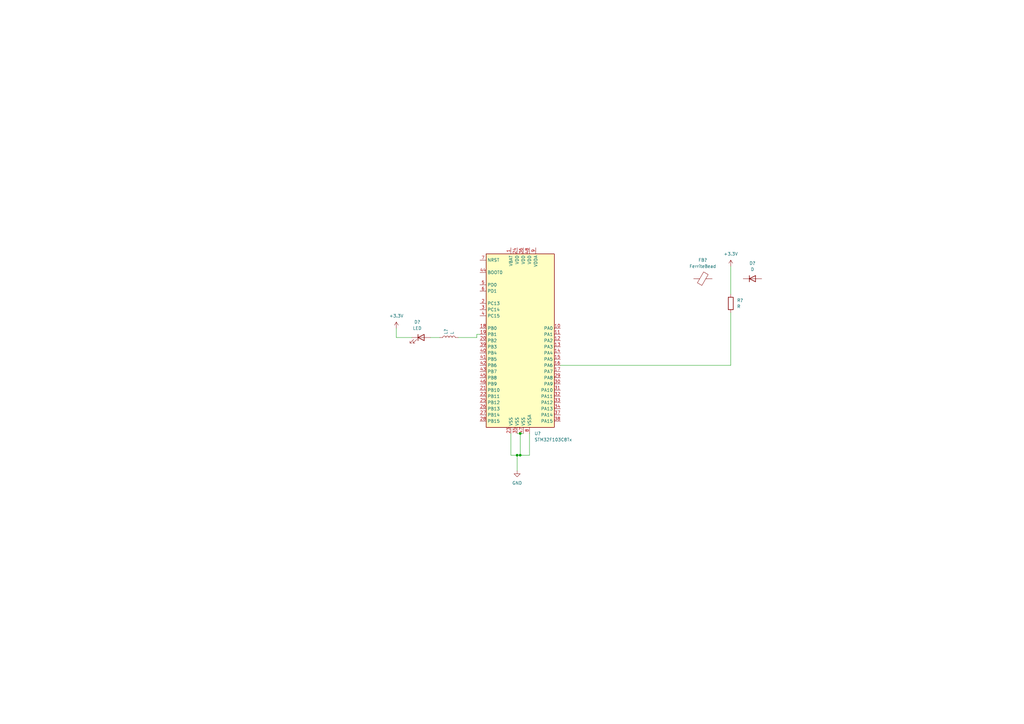
<source format=kicad_sch>
(kicad_sch (version 20211123) (generator eeschema)
  (paper "A3")
  (title_block (date "2022-09-11") (rev "1.0"))
  (lib_symbols
    (symbol "Device:D" (pin_numbers hide) (pin_names (offset 1.016) hide)
      (property "Reference" "D" (at 0 2.54 0))
      (property "Value" "D" (at 0 -2.54 0))
      (symbol "D_0_1"
        (polyline (pts (xy -1.27 1.27) (xy -1.27 -1.27)) (stroke (width 0.254)))
        (polyline (pts (xy 1.27 0) (xy -1.27 0)))
        (polyline (pts (xy 1.27 1.27) (xy 1.27 -1.27) (xy -1.27 0) (xy 1.27 1.27)) (stroke (width 0.254)))
      )
      (symbol "D_1_1"
        (pin passive line (at -3.81 0 0) (length 2.54) (name "K") (number "1"))
        (pin passive line (at 3.81 0 180) (length 2.54) (name "A") (number "2"))
      )
    )
    (symbol "Device:FerriteBead" (pin_numbers hide) (pin_names (offset 0))
      (property "Reference" "FB" (at -3.81 0.635 90))
      (property "Value" "FerriteBead" (at 3.81 0 90))
      (symbol "FerriteBead_0_1"
        (polyline (pts (xy 0 -1.27) (xy 0 -1.2192)))
        (polyline (pts (xy 0 1.27) (xy 0 1.2954)))
        (polyline (pts (xy -2.7686 0.4064) (xy -1.7018 2.2606) (xy 2.7686 -0.3048) (xy 1.6764 -2.159) (xy -2.7686 0.4064)))
      )
      (symbol "FerriteBead_1_1"
        (pin passive line (at 0 3.81 270) (length 2.54) (name "~") (number "1"))
        (pin passive line (at 0 -3.81 90) (length 2.54) (name "~") (number "2"))
      )
    )
    (symbol "Device:L" (pin_numbers hide) (pin_names (offset 1.016) hide)
      (property "Reference" "L" (at -1.27 0 90))
      (property "Value" "L" (at 1.905 0 90))
      (symbol "L_0_1"
        (arc (start 0 -2.54) (mid 0.635 -1.905) (end 0 -1.27))
        (arc (start 0 -1.27) (mid 0.635 -0.635) (end 0 0))
        (arc (start 0 0) (mid 0.635 0.635) (end 0 1.27))
        (arc (start 0 1.27) (mid 0.635 1.905) (end 0 2.54))
      )
      (symbol "L_1_1"
        (pin passive line (at 0 3.81 270) (length 1.27) (name "1") (number "1"))
        (pin passive line (at 0 -3.81 90) (length 1.27) (name "2") (number "2"))
      )
    )
    (symbol "Device:LED" (pin_numbers hide) (pin_names (offset 1.016) hide)
      (property "Reference" "D" (at 0 2.54 0))
      (property "Value" "LED" (at 0 -2.54 0))
      (symbol "LED_0_1"
        (polyline (pts (xy -1.27 -1.27) (xy -1.27 1.27)) (stroke (width 0.254)))
        (polyline (pts (xy -1.27 0) (xy 1.27 0)))
        (polyline (pts (xy 1.27 -1.27) (xy 1.27 1.27) (xy -1.27 0) (xy 1.27 -1.27)) (stroke (width 0.254)))
        (polyline (pts (xy -3.048 -0.762) (xy -4.572 -2.286) (xy -3.81 -2.286) (xy -4.572 -2.286) (xy -4.572 -1.524)))
        (polyline (pts (xy -1.778 -0.762) (xy -3.302 -2.286) (xy -2.54 -2.286) (xy -3.302 -2.286) (xy -3.302 -1.524)))
      )
      (symbol "LED_1_1"
        (pin passive line (at -3.81 0 0) (length 2.54) (name "K") (number "1"))
        (pin passive line (at 3.81 0 180) (length 2.54) (name "A") (number "2"))
      )
    )
    (symbol "Device:R" (pin_numbers hide) (pin_names (offset 0))
      (property "Reference" "R" (at 2.032 0 90))
      (property "Value" "R" (at 0 0 90))
      (symbol "R_0_1"
        (rectangle (start -1.016 -2.54) (end 1.016 2.54) (stroke (width 0.254)))
      )
      (symbol "R_1_1"
        (pin passive line (at 0 3.81 270) (length 1.27) (name "~") (number "1"))
        (pin passive line (at 0 -3.81 90) (length 1.27) (name "~") (number "2"))
      )
    )
    (symbol "MCU_ST_STM32F1:STM32F103C8Tx"
      (property "Reference" "U" (at -15.24 36.83 0))
      (property "Value" "STM32F103C8Tx" (at 7.62 36.83 0))
      (symbol "STM32F103C8Tx_0_1"
        (rectangle (start -15.24 -35.56) (end 12.7 35.56) (stroke (width 0.254)) (fill (type background)))
      )
      (symbol "STM32F103C8Tx_1_1"
        (pin power_in line (at -5.08 38.1 270) (length 2.54) (name "VBAT") (number "1"))
        (pin bidirectional line (at 15.24 5.08 180) (length 2.54) (name "PA0") (number "10"))
        (pin bidirectional line (at 15.24 2.54 180) (length 2.54) (name "PA1") (number "11"))
        (pin bidirectional line (at 15.24 0 180) (length 2.54) (name "PA2") (number "12"))
        (pin bidirectional line (at 15.24 -2.54 180) (length 2.54) (name "PA3") (number "13"))
        (pin bidirectional line (at 15.24 -5.08 180) (length 2.54) (name "PA4") (number "14"))
        (pin bidirectional line (at 15.24 -7.62 180) (length 2.54) (name "PA5") (number "15"))
        (pin bidirectional line (at 15.24 -10.16 180) (length 2.54) (name "PA6") (number "16"))
        (pin bidirectional line (at 15.24 -12.7 180) (length 2.54) (name "PA7") (number "17"))
        (pin bidirectional line (at -17.78 5.08 0) (length 2.54) (name "PB0") (number "18"))
        (pin bidirectional line (at -17.78 2.54 0) (length 2.54) (name "PB1") (number "19"))
        (pin bidirectional line (at -17.78 15.24 0) (length 2.54) (name "PC13") (number "2"))
        (pin bidirectional line (at -17.78 0 0) (length 2.54) (name "PB2") (number "20"))
        (pin bidirectional line (at -17.78 -20.32 0) (length 2.54) (name "PB10") (number "21"))
        (pin bidirectional line (at -17.78 -22.86 0) (length 2.54) (name "PB11") (number "22"))
        (pin power_in line (at -5.08 -38.1 90) (length 2.54) (name "VSS") (number "23"))
        (pin power_in line (at -2.54 38.1 270) (length 2.54) (name "VDD") (number "24"))
        (pin bidirectional line (at -17.78 -25.4 0) (length 2.54) (name "PB12") (number "25"))
        (pin bidirectional line (at -17.78 -27.94 0) (length 2.54) (name "PB13") (number "26"))
        (pin bidirectional line (at -17.78 -30.48 0) (length 2.54) (name "PB14") (number "27"))
        (pin bidirectional line (at -17.78 -33.02 0) (length 2.54) (name "PB15") (number "28"))
        (pin bidirectional line (at 15.24 -15.24 180) (length 2.54) (name "PA8") (number "29"))
        (pin bidirectional line (at -17.78 12.7 0) (length 2.54) (name "PC14") (number "3"))
        (pin bidirectional line (at 15.24 -17.78 180) (length 2.54) (name "PA9") (number "30"))
        (pin bidirectional line (at 15.24 -20.32 180) (length 2.54) (name "PA10") (number "31"))
        (pin bidirectional line (at 15.24 -22.86 180) (length 2.54) (name "PA11") (number "32"))
        (pin bidirectional line (at 15.24 -25.4 180) (length 2.54) (name "PA12") (number "33"))
        (pin bidirectional line (at 15.24 -27.94 180) (length 2.54) (name "PA13") (number "34"))
        (pin power_in line (at -2.54 -38.1 90) (length 2.54) (name "VSS") (number "35"))
        (pin power_in line (at 0 38.1 270) (length 2.54) (name "VDD") (number "36"))
        (pin bidirectional line (at 15.24 -30.48 180) (length 2.54) (name "PA14") (number "37"))
        (pin bidirectional line (at 15.24 -33.02 180) (length 2.54) (name "PA15") (number "38"))
        (pin bidirectional line (at -17.78 -2.54 0) (length 2.54) (name "PB3") (number "39"))
        (pin bidirectional line (at -17.78 10.16 0) (length 2.54) (name "PC15") (number "4"))
        (pin bidirectional line (at -17.78 -5.08 0) (length 2.54) (name "PB4") (number "40"))
        (pin bidirectional line (at -17.78 -7.62 0) (length 2.54) (name "PB5") (number "41"))
        (pin bidirectional line (at -17.78 -10.16 0) (length 2.54) (name "PB6") (number "42"))
        (pin bidirectional line (at -17.78 -12.7 0) (length 2.54) (name "PB7") (number "43"))
        (pin input line (at -17.78 27.94 0) (length 2.54) (name "BOOT0") (number "44"))
        (pin bidirectional line (at -17.78 -15.24 0) (length 2.54) (name "PB8") (number "45"))
        (pin bidirectional line (at -17.78 -17.78 0) (length 2.54) (name "PB9") (number "46"))
        (pin power_in line (at 0 -38.1 90) (length 2.54) (name "VSS") (number "47"))
        (pin power_in line (at 2.54 38.1 270) (length 2.54) (name "VDD") (number "48"))
        (pin input line (at -17.78 22.86 0) (length 2.54) (name "PD0") (number "5"))
        (pin input line (at -17.78 20.32 0) (length 2.54) (name "PD1") (number "6"))
        (pin input line (at -17.78 33.02 0) (length 2.54) (name "NRST") (number "7"))
        (pin power_in line (at 2.54 -38.1 90) (length 2.54) (name "VSSA") (number "8"))
        (pin power_in line (at 5.08 38.1 270) (length 2.54) (name "VDDA") (number "9"))
      )
    )
    (symbol "power:+3.3V" (power) (pin_names (offset 0))
      (property "Value" "+3.3V" (at 0 3.556 0))
      (symbol "+3.3V_0_1"
        (polyline (pts (xy -0.762 1.27) (xy 0 2.54)))
        (polyline (pts (xy 0 0) (xy 0 2.54)))
        (polyline (pts (xy 0 2.54) (xy 0.762 1.27)))
      )
      (symbol "+3.3V_1_1"
        (pin power_in line (at 0 0 90) (length 0) hide (name "+3.3V") (number "1"))
      )
    )
    (symbol "power:GND" (power) (pin_names (offset 0))
      (property "Value" "GND" (at 0 -3.81 0))
      (symbol "GND_0_1"
        (polyline (pts (xy 0 0) (xy 0 -1.27) (xy 1.27 -1.27) (xy 0 -2.54) (xy -1.27 -1.27) (xy 0 -1.27)))
      )
      (symbol "GND_1_1"
        (pin power_in line (at 0 0 270) (length 0) hide (name "GND") (number "1"))
      )
    )
  )
  (junction (at 213.36 186.69))
  (junction (at 212.09 186.69))
  (junction (at 213.36 177.8))
  (wire (pts (xy 299.72 149.86) (xy 229.87 149.86)))
  (wire (pts (xy 217.17 186.69) (xy 213.36 186.69)))
  (wire (pts (xy 217.17 177.8) (xy 217.17 186.69)))
  (wire (pts (xy 213.36 177.8) (xy 214.63 177.8)))
  (wire (pts (xy 195.58 138.43) (xy 195.58 137.16)))
  (wire (pts (xy 299.72 128.27) (xy 299.72 149.86)))
  (wire (pts (xy 212.09 186.69) (xy 212.09 193.04)))
  (wire (pts (xy 209.55 186.69) (xy 212.09 186.69)))
  (wire (pts (xy 187.96 138.43) (xy 195.58 138.43)))
  (wire (pts (xy 195.58 137.16) (xy 196.85 137.16)))
  (wire (pts (xy 209.55 177.8) (xy 209.55 186.69)))
  (wire (pts (xy 212.09 177.8) (xy 213.36 177.8)))
  (wire (pts (xy 213.36 177.8) (xy 213.36 186.69)))
  (wire (pts (xy 162.56 134.62) (xy 162.56 138.43)))
  (wire (pts (xy 299.72 109.22) (xy 299.72 120.65)))
  (wire (pts (xy 162.56 138.43) (xy 168.91 138.43)))
  (wire (pts (xy 176.53 138.43) (xy 180.34 138.43)))
  (wire (pts (xy 213.36 186.69) (xy 212.09 186.69)))
  (symbol (lib_id "Device:D") (at 308.61 114.3 0) (unit 1)
    (property "Reference" "D?" (at 308.61 107.95 0))
    (property "Value" "D" (at 308.61 110.49 0))
  )
  (symbol (lib_id "Device:FerriteBead") (at 288.29 114.3 90) (unit 1)
    (property "Reference" "FB?" (at 288.2392 106.68 90))
    (property "Value" "FerriteBead" (at 288.2392 109.22 90))
  )
  (symbol (lib_id "MCU_ST_STM32F1:STM32F103C8Tx") (at 214.63 139.7 0) (unit 1)
    (property "Reference" "U?" (at 219.1894 177.8 0) (effects (justify left)))
    (property "Value" "STM32F103C8Tx" (at 219.1894 180.34 0) (effects (justify left)))
    (property "Footprint" "Package_QFP:LQFP-48_7x7mm_P0.5mm" (effects hide))
    (property "Datasheet" "http://www.st.com/st-web-ui/static/active/en/resource/technical/document/datasheet/CD00161566.pdf" (effects hide))
  )
  (symbol (lib_id "Device:R") (at 299.72 124.46 0) (unit 1)
    (property "Reference" "R?" (at 302.26 123.1899 0) (effects (justify left)))
    (property "Value" "R" (at 302.26 125.7299 0) (effects (justify left)))
  )
  (symbol (lib_id "power:GND") (at 212.09 193.04 0) (unit 1)
    (property "Reference" "#PWR?" (effects hide))
    (property "Value" "GND" (at 212.09 198.12 0))
  )
  (symbol (lib_id "Device:L") (at 184.15 138.43 90) (unit 1)
    (property "Reference" "L?" (at 182.8799 137.16 0) (effects (justify left)))
    (property "Value" "L" (at 185.4199 137.16 0) (effects (justify left)))
  )
  (symbol (lib_id "Device:LED") (at 172.72 138.43 0) (unit 1)
    (property "Reference" "D?" (at 171.1325 132.08 0))
    (property "Value" "LED" (at 171.1325 134.62 0))
  )
  (symbol (lib_id "power:+3.3V") (at 162.56 134.62 0) (unit 1)
    (property "Reference" "#PWR?" (effects hide))
    (property "Value" "+3.3V" (at 162.56 129.54 0))
  )
  (symbol (lib_id "power:+3.3V") (at 299.72 109.22 0) (unit 1)
    (property "Reference" "#PWR?" (effects hide))
    (property "Value" "+3.3V" (at 299.72 104.14 0))
  )
)
</source>
